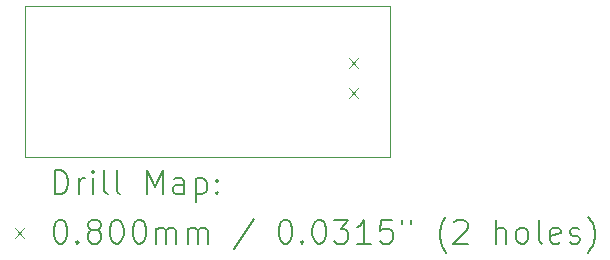
<source format=gbr>
%FSLAX45Y45*%
G04 Gerber Fmt 4.5, Leading zero omitted, Abs format (unit mm)*
G04 Created by KiCad (PCBNEW (6.0.1)) date 2022-07-24 11:32:25*
%MOMM*%
%LPD*%
G01*
G04 APERTURE LIST*
%TA.AperFunction,Profile*%
%ADD10C,0.050000*%
%TD*%
%ADD11C,0.200000*%
%ADD12C,0.080000*%
G04 APERTURE END LIST*
D10*
X11950000Y-5150000D02*
X15040000Y-5150000D01*
X15040000Y-5150000D02*
X15040000Y-6430000D01*
X15040000Y-6430000D02*
X11950000Y-6430000D01*
X11950000Y-6430000D02*
X11950000Y-5150000D01*
D11*
D12*
X14695386Y-5593000D02*
X14775386Y-5673000D01*
X14775386Y-5593000D02*
X14695386Y-5673000D01*
X14695386Y-5847000D02*
X14775386Y-5927000D01*
X14775386Y-5847000D02*
X14695386Y-5927000D01*
D11*
X12205119Y-6742976D02*
X12205119Y-6542976D01*
X12252738Y-6542976D01*
X12281309Y-6552500D01*
X12300357Y-6571548D01*
X12309881Y-6590595D01*
X12319405Y-6628690D01*
X12319405Y-6657262D01*
X12309881Y-6695357D01*
X12300357Y-6714405D01*
X12281309Y-6733452D01*
X12252738Y-6742976D01*
X12205119Y-6742976D01*
X12405119Y-6742976D02*
X12405119Y-6609643D01*
X12405119Y-6647738D02*
X12414643Y-6628690D01*
X12424167Y-6619167D01*
X12443214Y-6609643D01*
X12462262Y-6609643D01*
X12528928Y-6742976D02*
X12528928Y-6609643D01*
X12528928Y-6542976D02*
X12519405Y-6552500D01*
X12528928Y-6562024D01*
X12538452Y-6552500D01*
X12528928Y-6542976D01*
X12528928Y-6562024D01*
X12652738Y-6742976D02*
X12633690Y-6733452D01*
X12624167Y-6714405D01*
X12624167Y-6542976D01*
X12757500Y-6742976D02*
X12738452Y-6733452D01*
X12728928Y-6714405D01*
X12728928Y-6542976D01*
X12986071Y-6742976D02*
X12986071Y-6542976D01*
X13052738Y-6685833D01*
X13119405Y-6542976D01*
X13119405Y-6742976D01*
X13300357Y-6742976D02*
X13300357Y-6638214D01*
X13290833Y-6619167D01*
X13271786Y-6609643D01*
X13233690Y-6609643D01*
X13214643Y-6619167D01*
X13300357Y-6733452D02*
X13281309Y-6742976D01*
X13233690Y-6742976D01*
X13214643Y-6733452D01*
X13205119Y-6714405D01*
X13205119Y-6695357D01*
X13214643Y-6676309D01*
X13233690Y-6666786D01*
X13281309Y-6666786D01*
X13300357Y-6657262D01*
X13395595Y-6609643D02*
X13395595Y-6809643D01*
X13395595Y-6619167D02*
X13414643Y-6609643D01*
X13452738Y-6609643D01*
X13471786Y-6619167D01*
X13481309Y-6628690D01*
X13490833Y-6647738D01*
X13490833Y-6704881D01*
X13481309Y-6723928D01*
X13471786Y-6733452D01*
X13452738Y-6742976D01*
X13414643Y-6742976D01*
X13395595Y-6733452D01*
X13576548Y-6723928D02*
X13586071Y-6733452D01*
X13576548Y-6742976D01*
X13567024Y-6733452D01*
X13576548Y-6723928D01*
X13576548Y-6742976D01*
X13576548Y-6619167D02*
X13586071Y-6628690D01*
X13576548Y-6638214D01*
X13567024Y-6628690D01*
X13576548Y-6619167D01*
X13576548Y-6638214D01*
D12*
X11867500Y-7032500D02*
X11947500Y-7112500D01*
X11947500Y-7032500D02*
X11867500Y-7112500D01*
D11*
X12243214Y-6962976D02*
X12262262Y-6962976D01*
X12281309Y-6972500D01*
X12290833Y-6982024D01*
X12300357Y-7001071D01*
X12309881Y-7039167D01*
X12309881Y-7086786D01*
X12300357Y-7124881D01*
X12290833Y-7143928D01*
X12281309Y-7153452D01*
X12262262Y-7162976D01*
X12243214Y-7162976D01*
X12224167Y-7153452D01*
X12214643Y-7143928D01*
X12205119Y-7124881D01*
X12195595Y-7086786D01*
X12195595Y-7039167D01*
X12205119Y-7001071D01*
X12214643Y-6982024D01*
X12224167Y-6972500D01*
X12243214Y-6962976D01*
X12395595Y-7143928D02*
X12405119Y-7153452D01*
X12395595Y-7162976D01*
X12386071Y-7153452D01*
X12395595Y-7143928D01*
X12395595Y-7162976D01*
X12519405Y-7048690D02*
X12500357Y-7039167D01*
X12490833Y-7029643D01*
X12481309Y-7010595D01*
X12481309Y-7001071D01*
X12490833Y-6982024D01*
X12500357Y-6972500D01*
X12519405Y-6962976D01*
X12557500Y-6962976D01*
X12576548Y-6972500D01*
X12586071Y-6982024D01*
X12595595Y-7001071D01*
X12595595Y-7010595D01*
X12586071Y-7029643D01*
X12576548Y-7039167D01*
X12557500Y-7048690D01*
X12519405Y-7048690D01*
X12500357Y-7058214D01*
X12490833Y-7067738D01*
X12481309Y-7086786D01*
X12481309Y-7124881D01*
X12490833Y-7143928D01*
X12500357Y-7153452D01*
X12519405Y-7162976D01*
X12557500Y-7162976D01*
X12576548Y-7153452D01*
X12586071Y-7143928D01*
X12595595Y-7124881D01*
X12595595Y-7086786D01*
X12586071Y-7067738D01*
X12576548Y-7058214D01*
X12557500Y-7048690D01*
X12719405Y-6962976D02*
X12738452Y-6962976D01*
X12757500Y-6972500D01*
X12767024Y-6982024D01*
X12776548Y-7001071D01*
X12786071Y-7039167D01*
X12786071Y-7086786D01*
X12776548Y-7124881D01*
X12767024Y-7143928D01*
X12757500Y-7153452D01*
X12738452Y-7162976D01*
X12719405Y-7162976D01*
X12700357Y-7153452D01*
X12690833Y-7143928D01*
X12681309Y-7124881D01*
X12671786Y-7086786D01*
X12671786Y-7039167D01*
X12681309Y-7001071D01*
X12690833Y-6982024D01*
X12700357Y-6972500D01*
X12719405Y-6962976D01*
X12909881Y-6962976D02*
X12928928Y-6962976D01*
X12947976Y-6972500D01*
X12957500Y-6982024D01*
X12967024Y-7001071D01*
X12976548Y-7039167D01*
X12976548Y-7086786D01*
X12967024Y-7124881D01*
X12957500Y-7143928D01*
X12947976Y-7153452D01*
X12928928Y-7162976D01*
X12909881Y-7162976D01*
X12890833Y-7153452D01*
X12881309Y-7143928D01*
X12871786Y-7124881D01*
X12862262Y-7086786D01*
X12862262Y-7039167D01*
X12871786Y-7001071D01*
X12881309Y-6982024D01*
X12890833Y-6972500D01*
X12909881Y-6962976D01*
X13062262Y-7162976D02*
X13062262Y-7029643D01*
X13062262Y-7048690D02*
X13071786Y-7039167D01*
X13090833Y-7029643D01*
X13119405Y-7029643D01*
X13138452Y-7039167D01*
X13147976Y-7058214D01*
X13147976Y-7162976D01*
X13147976Y-7058214D02*
X13157500Y-7039167D01*
X13176548Y-7029643D01*
X13205119Y-7029643D01*
X13224167Y-7039167D01*
X13233690Y-7058214D01*
X13233690Y-7162976D01*
X13328928Y-7162976D02*
X13328928Y-7029643D01*
X13328928Y-7048690D02*
X13338452Y-7039167D01*
X13357500Y-7029643D01*
X13386071Y-7029643D01*
X13405119Y-7039167D01*
X13414643Y-7058214D01*
X13414643Y-7162976D01*
X13414643Y-7058214D02*
X13424167Y-7039167D01*
X13443214Y-7029643D01*
X13471786Y-7029643D01*
X13490833Y-7039167D01*
X13500357Y-7058214D01*
X13500357Y-7162976D01*
X13890833Y-6953452D02*
X13719405Y-7210595D01*
X14147976Y-6962976D02*
X14167024Y-6962976D01*
X14186071Y-6972500D01*
X14195595Y-6982024D01*
X14205119Y-7001071D01*
X14214643Y-7039167D01*
X14214643Y-7086786D01*
X14205119Y-7124881D01*
X14195595Y-7143928D01*
X14186071Y-7153452D01*
X14167024Y-7162976D01*
X14147976Y-7162976D01*
X14128928Y-7153452D01*
X14119405Y-7143928D01*
X14109881Y-7124881D01*
X14100357Y-7086786D01*
X14100357Y-7039167D01*
X14109881Y-7001071D01*
X14119405Y-6982024D01*
X14128928Y-6972500D01*
X14147976Y-6962976D01*
X14300357Y-7143928D02*
X14309881Y-7153452D01*
X14300357Y-7162976D01*
X14290833Y-7153452D01*
X14300357Y-7143928D01*
X14300357Y-7162976D01*
X14433690Y-6962976D02*
X14452738Y-6962976D01*
X14471786Y-6972500D01*
X14481309Y-6982024D01*
X14490833Y-7001071D01*
X14500357Y-7039167D01*
X14500357Y-7086786D01*
X14490833Y-7124881D01*
X14481309Y-7143928D01*
X14471786Y-7153452D01*
X14452738Y-7162976D01*
X14433690Y-7162976D01*
X14414643Y-7153452D01*
X14405119Y-7143928D01*
X14395595Y-7124881D01*
X14386071Y-7086786D01*
X14386071Y-7039167D01*
X14395595Y-7001071D01*
X14405119Y-6982024D01*
X14414643Y-6972500D01*
X14433690Y-6962976D01*
X14567024Y-6962976D02*
X14690833Y-6962976D01*
X14624167Y-7039167D01*
X14652738Y-7039167D01*
X14671786Y-7048690D01*
X14681309Y-7058214D01*
X14690833Y-7077262D01*
X14690833Y-7124881D01*
X14681309Y-7143928D01*
X14671786Y-7153452D01*
X14652738Y-7162976D01*
X14595595Y-7162976D01*
X14576548Y-7153452D01*
X14567024Y-7143928D01*
X14881309Y-7162976D02*
X14767024Y-7162976D01*
X14824167Y-7162976D02*
X14824167Y-6962976D01*
X14805119Y-6991548D01*
X14786071Y-7010595D01*
X14767024Y-7020119D01*
X15062262Y-6962976D02*
X14967024Y-6962976D01*
X14957500Y-7058214D01*
X14967024Y-7048690D01*
X14986071Y-7039167D01*
X15033690Y-7039167D01*
X15052738Y-7048690D01*
X15062262Y-7058214D01*
X15071786Y-7077262D01*
X15071786Y-7124881D01*
X15062262Y-7143928D01*
X15052738Y-7153452D01*
X15033690Y-7162976D01*
X14986071Y-7162976D01*
X14967024Y-7153452D01*
X14957500Y-7143928D01*
X15147976Y-6962976D02*
X15147976Y-7001071D01*
X15224167Y-6962976D02*
X15224167Y-7001071D01*
X15519405Y-7239167D02*
X15509881Y-7229643D01*
X15490833Y-7201071D01*
X15481309Y-7182024D01*
X15471786Y-7153452D01*
X15462262Y-7105833D01*
X15462262Y-7067738D01*
X15471786Y-7020119D01*
X15481309Y-6991548D01*
X15490833Y-6972500D01*
X15509881Y-6943928D01*
X15519405Y-6934405D01*
X15586071Y-6982024D02*
X15595595Y-6972500D01*
X15614643Y-6962976D01*
X15662262Y-6962976D01*
X15681309Y-6972500D01*
X15690833Y-6982024D01*
X15700357Y-7001071D01*
X15700357Y-7020119D01*
X15690833Y-7048690D01*
X15576548Y-7162976D01*
X15700357Y-7162976D01*
X15938452Y-7162976D02*
X15938452Y-6962976D01*
X16024167Y-7162976D02*
X16024167Y-7058214D01*
X16014643Y-7039167D01*
X15995595Y-7029643D01*
X15967024Y-7029643D01*
X15947976Y-7039167D01*
X15938452Y-7048690D01*
X16147976Y-7162976D02*
X16128928Y-7153452D01*
X16119405Y-7143928D01*
X16109881Y-7124881D01*
X16109881Y-7067738D01*
X16119405Y-7048690D01*
X16128928Y-7039167D01*
X16147976Y-7029643D01*
X16176548Y-7029643D01*
X16195595Y-7039167D01*
X16205119Y-7048690D01*
X16214643Y-7067738D01*
X16214643Y-7124881D01*
X16205119Y-7143928D01*
X16195595Y-7153452D01*
X16176548Y-7162976D01*
X16147976Y-7162976D01*
X16328928Y-7162976D02*
X16309881Y-7153452D01*
X16300357Y-7134405D01*
X16300357Y-6962976D01*
X16481309Y-7153452D02*
X16462262Y-7162976D01*
X16424167Y-7162976D01*
X16405119Y-7153452D01*
X16395595Y-7134405D01*
X16395595Y-7058214D01*
X16405119Y-7039167D01*
X16424167Y-7029643D01*
X16462262Y-7029643D01*
X16481309Y-7039167D01*
X16490833Y-7058214D01*
X16490833Y-7077262D01*
X16395595Y-7096309D01*
X16567024Y-7153452D02*
X16586071Y-7162976D01*
X16624167Y-7162976D01*
X16643214Y-7153452D01*
X16652738Y-7134405D01*
X16652738Y-7124881D01*
X16643214Y-7105833D01*
X16624167Y-7096309D01*
X16595595Y-7096309D01*
X16576548Y-7086786D01*
X16567024Y-7067738D01*
X16567024Y-7058214D01*
X16576548Y-7039167D01*
X16595595Y-7029643D01*
X16624167Y-7029643D01*
X16643214Y-7039167D01*
X16719405Y-7239167D02*
X16728928Y-7229643D01*
X16747976Y-7201071D01*
X16757500Y-7182024D01*
X16767024Y-7153452D01*
X16776548Y-7105833D01*
X16776548Y-7067738D01*
X16767024Y-7020119D01*
X16757500Y-6991548D01*
X16747976Y-6972500D01*
X16728928Y-6943928D01*
X16719405Y-6934405D01*
M02*

</source>
